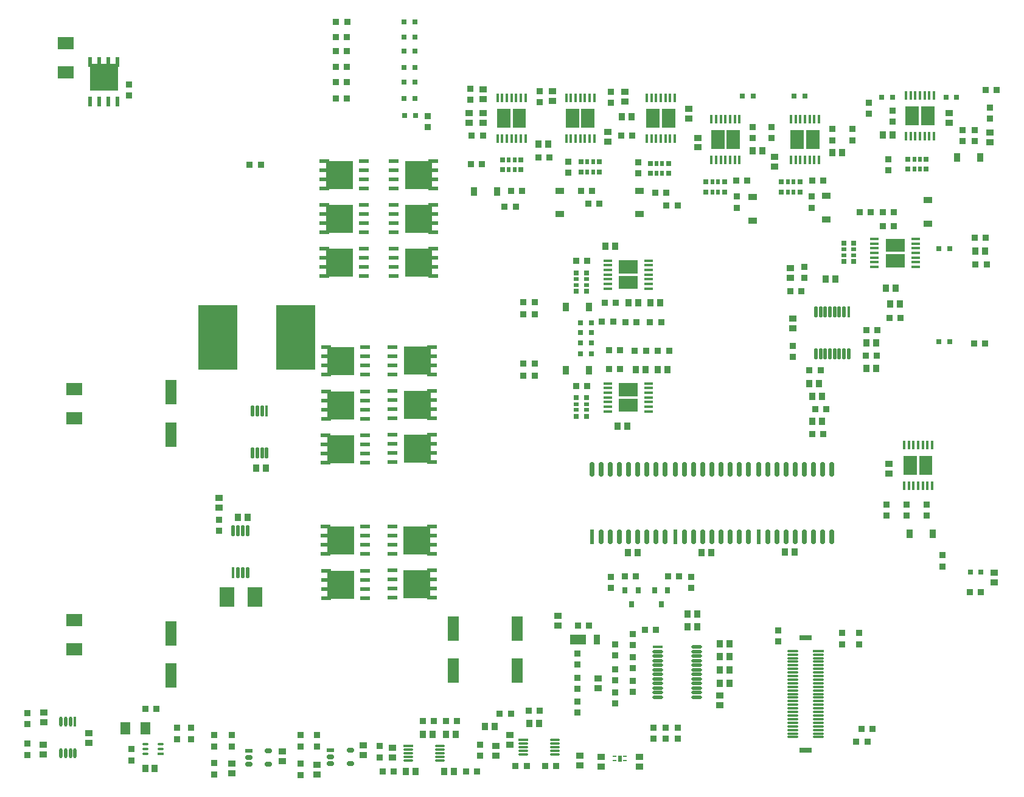
<source format=gtp>
G04*
G04 #@! TF.GenerationSoftware,Altium Limited,Altium Designer,19.1.7 (138)*
G04*
G04 Layer_Color=8421504*
%FSLAX25Y25*%
%MOIN*%
G70*
G01*
G75*
%ADD18R,0.03543X0.03937*%
%ADD19R,0.03347X0.03347*%
%ADD20R,0.06102X0.13583*%
%ADD21R,0.03937X0.03543*%
%ADD22R,0.03347X0.03347*%
%ADD23R,0.03150X0.03150*%
%ADD24R,0.05158X0.01772*%
G04:AMPARAMS|DCode=25|XSize=23.62mil|YSize=78.74mil|CornerRadius=5.91mil|HoleSize=0mil|Usage=FLASHONLY|Rotation=0.000|XOffset=0mil|YOffset=0mil|HoleType=Round|Shape=RoundedRectangle|*
%AMROUNDEDRECTD25*
21,1,0.02362,0.06693,0,0,0.0*
21,1,0.01181,0.07874,0,0,0.0*
1,1,0.01181,0.00591,-0.03347*
1,1,0.01181,-0.00591,-0.03347*
1,1,0.01181,-0.00591,0.03347*
1,1,0.01181,0.00591,0.03347*
%
%ADD25ROUNDEDRECTD25*%
%ADD26R,0.02362X0.07874*%
%ADD27R,0.01772X0.05158*%
%ADD28R,0.03583X0.04803*%
%ADD29R,0.04803X0.03583*%
%ADD30R,0.02520X0.02756*%
%ADD31R,0.01968X0.02756*%
%ADD32R,0.02756X0.02520*%
%ADD33R,0.02756X0.01968*%
%ADD34R,0.07087X0.03150*%
%ADD35R,0.06299X0.01181*%
%ADD36O,0.06299X0.01181*%
G04:AMPARAMS|DCode=37|XSize=17.72mil|YSize=59.06mil|CornerRadius=4.43mil|HoleSize=0mil|Usage=FLASHONLY|Rotation=180.000|XOffset=0mil|YOffset=0mil|HoleType=Round|Shape=RoundedRectangle|*
%AMROUNDEDRECTD37*
21,1,0.01772,0.05020,0,0,180.0*
21,1,0.00886,0.05906,0,0,180.0*
1,1,0.00886,-0.00443,0.02510*
1,1,0.00886,0.00443,0.02510*
1,1,0.00886,0.00443,-0.02510*
1,1,0.00886,-0.00443,-0.02510*
%
%ADD37ROUNDEDRECTD37*%
%ADD38R,0.01772X0.05906*%
%ADD39R,0.15394X0.14764*%
%ADD40R,0.02402X0.05591*%
%ADD41O,0.05709X0.01181*%
%ADD42R,0.05709X0.01181*%
%ADD43R,0.01968X0.03386*%
%ADD44R,0.01968X0.00984*%
%ADD45R,0.03937X0.02362*%
G04:AMPARAMS|DCode=46|XSize=23.62mil|YSize=39.37mil|CornerRadius=5.91mil|HoleSize=0mil|Usage=FLASHONLY|Rotation=90.000|XOffset=0mil|YOffset=0mil|HoleType=Round|Shape=RoundedRectangle|*
%AMROUNDEDRECTD46*
21,1,0.02362,0.02756,0,0,90.0*
21,1,0.01181,0.03937,0,0,90.0*
1,1,0.01181,0.01378,0.00591*
1,1,0.01181,0.01378,-0.00591*
1,1,0.01181,-0.01378,-0.00591*
1,1,0.01181,-0.01378,0.00591*
%
%ADD46ROUNDEDRECTD46*%
G04:AMPARAMS|DCode=47|XSize=11.81mil|YSize=33.47mil|CornerRadius=2.95mil|HoleSize=0mil|Usage=FLASHONLY|Rotation=90.000|XOffset=0mil|YOffset=0mil|HoleType=Round|Shape=RoundedRectangle|*
%AMROUNDEDRECTD47*
21,1,0.01181,0.02756,0,0,90.0*
21,1,0.00591,0.03347,0,0,90.0*
1,1,0.00591,0.01378,0.00295*
1,1,0.00591,0.01378,-0.00295*
1,1,0.00591,-0.01378,-0.00295*
1,1,0.00591,-0.01378,0.00295*
%
%ADD47ROUNDEDRECTD47*%
%ADD48R,0.03347X0.01181*%
%ADD49R,0.05512X0.07087*%
%ADD50R,0.08500X0.07000*%
G04:AMPARAMS|DCode=51|XSize=59.06mil|YSize=17.72mil|CornerRadius=4.43mil|HoleSize=0mil|Usage=FLASHONLY|Rotation=270.000|XOffset=0mil|YOffset=0mil|HoleType=Round|Shape=RoundedRectangle|*
%AMROUNDEDRECTD51*
21,1,0.05906,0.00886,0,0,270.0*
21,1,0.05020,0.01772,0,0,270.0*
1,1,0.00886,-0.00443,-0.02510*
1,1,0.00886,-0.00443,0.02510*
1,1,0.00886,0.00443,0.02510*
1,1,0.00886,0.00443,-0.02510*
%
%ADD51ROUNDEDRECTD51*%
%ADD52R,0.01772X0.05906*%
%ADD53R,0.14764X0.15394*%
%ADD54R,0.05591X0.02402*%
%ADD55R,0.08661X0.05512*%
%ADD56R,0.03543X0.05512*%
%ADD57R,0.03150X0.03543*%
G04:AMPARAMS|DCode=58|XSize=17.72mil|YSize=57.09mil|CornerRadius=4.43mil|HoleSize=0mil|Usage=FLASHONLY|Rotation=90.000|XOffset=0mil|YOffset=0mil|HoleType=Round|Shape=RoundedRectangle|*
%AMROUNDEDRECTD58*
21,1,0.01772,0.04823,0,0,90.0*
21,1,0.00886,0.05709,0,0,90.0*
1,1,0.00886,0.02411,0.00443*
1,1,0.00886,0.02411,-0.00443*
1,1,0.00886,-0.02411,-0.00443*
1,1,0.00886,-0.02411,0.00443*
%
%ADD58ROUNDEDRECTD58*%
%ADD59R,0.05709X0.01772*%
%ADD60R,0.08465X0.11024*%
%ADD61O,0.01772X0.05709*%
%ADD62R,0.01772X0.05709*%
%ADD63R,0.21457X0.35433*%
G36*
X403658Y368799D02*
X396375D01*
Y379232D01*
X403658D01*
Y368799D01*
D02*
G37*
G36*
X359564D02*
X352280D01*
Y379232D01*
X359564D01*
Y368799D01*
D02*
G37*
G36*
X321932D02*
X314649D01*
Y379232D01*
X321932D01*
Y368799D01*
D02*
G37*
G36*
X395194Y368799D02*
X387910D01*
Y379232D01*
X395194D01*
Y368799D01*
D02*
G37*
G36*
X351099D02*
X343816D01*
Y379232D01*
X351099D01*
Y368799D01*
D02*
G37*
G36*
X313468D02*
X306184D01*
Y379232D01*
X313468D01*
Y368799D01*
D02*
G37*
G36*
X383169Y288779D02*
X372736D01*
Y296063D01*
X383169D01*
Y288779D01*
D02*
G37*
G36*
X383169Y280315D02*
X372736D01*
Y287598D01*
X383169D01*
Y280315D01*
D02*
G37*
G36*
X383169Y221457D02*
X372736D01*
Y228740D01*
X383169D01*
Y221457D01*
D02*
G37*
G36*
X383169Y212992D02*
X372736D01*
Y220276D01*
X383169D01*
Y212992D01*
D02*
G37*
G36*
X545686Y369980D02*
X538403D01*
Y380413D01*
X545686D01*
Y369980D01*
D02*
G37*
G36*
X537221Y369980D02*
X529938D01*
Y380413D01*
X537221D01*
Y369980D01*
D02*
G37*
G36*
X482677Y356988D02*
X475394D01*
Y367421D01*
X482677D01*
Y356988D01*
D02*
G37*
G36*
X439092D02*
X431808D01*
Y367421D01*
X439092D01*
Y356988D01*
D02*
G37*
G36*
X474213Y356988D02*
X466929D01*
Y367421D01*
X474213D01*
Y356988D01*
D02*
G37*
G36*
X430627D02*
X423344D01*
Y367421D01*
X430627D01*
Y356988D01*
D02*
G37*
G36*
X529387Y300672D02*
X518954D01*
Y307956D01*
X529387D01*
Y300672D01*
D02*
G37*
G36*
X529387Y292208D02*
X518954D01*
Y299491D01*
X529387D01*
Y292208D01*
D02*
G37*
G36*
X544611Y178354D02*
X537328D01*
Y188787D01*
X544611D01*
Y178354D01*
D02*
G37*
G36*
X536147Y178354D02*
X528863D01*
Y188787D01*
X536147D01*
Y178354D01*
D02*
G37*
D18*
X365453Y303937D02*
D03*
X370768D02*
D03*
X469193Y136221D02*
D03*
X463878D02*
D03*
X518996Y280709D02*
D03*
X524311D02*
D03*
X526673Y272047D02*
D03*
X521358D02*
D03*
X372146Y205118D02*
D03*
X377461D02*
D03*
X568209Y301181D02*
D03*
X573524D02*
D03*
X517520Y364941D02*
D03*
X522835D02*
D03*
X495177Y355101D02*
D03*
X489862D02*
D03*
X451460Y356282D02*
D03*
X446145D02*
D03*
X379823Y374803D02*
D03*
X374508D02*
D03*
X328839Y359842D02*
D03*
X334154D02*
D03*
X381988Y236221D02*
D03*
X387303D02*
D03*
X399508D02*
D03*
X394193D02*
D03*
X395571Y272835D02*
D03*
X390256D02*
D03*
X378051D02*
D03*
X383366D02*
D03*
X418209Y135827D02*
D03*
X423524D02*
D03*
X382972D02*
D03*
X377658D02*
D03*
X513681Y250951D02*
D03*
X508366D02*
D03*
X513681Y236794D02*
D03*
X508366D02*
D03*
X478839Y221507D02*
D03*
X484154D02*
D03*
X478839Y207694D02*
D03*
X484154D02*
D03*
X477264Y228610D02*
D03*
X482579D02*
D03*
X491388Y285679D02*
D03*
X486073D02*
D03*
X299311Y40551D02*
D03*
X304626D02*
D03*
X329035Y42126D02*
D03*
X323721D02*
D03*
X282292Y15641D02*
D03*
X276977D02*
D03*
X256074Y15686D02*
D03*
X261389D02*
D03*
X278051Y36220D02*
D03*
X283366D02*
D03*
X265453D02*
D03*
X270768D02*
D03*
X174114Y182283D02*
D03*
X179429D02*
D03*
X433366Y71536D02*
D03*
X428051D02*
D03*
X433366Y64190D02*
D03*
X428051D02*
D03*
X433366Y78640D02*
D03*
X428051D02*
D03*
X433366Y85743D02*
D03*
X428051D02*
D03*
X410335Y102212D02*
D03*
X415650D02*
D03*
X164272Y155043D02*
D03*
X169587D02*
D03*
X118602Y17520D02*
D03*
X113287D02*
D03*
X410335Y95108D02*
D03*
X415650D02*
D03*
D19*
X573721Y389370D02*
D03*
X579823D02*
D03*
X170571Y348425D02*
D03*
X176673D02*
D03*
X565059Y114173D02*
D03*
X571161D02*
D03*
X520965Y264567D02*
D03*
X527067D02*
D03*
X567421Y250394D02*
D03*
X573524D02*
D03*
X568209Y293701D02*
D03*
X574311D02*
D03*
X573917Y308498D02*
D03*
X567815D02*
D03*
X223917Y418504D02*
D03*
X217815D02*
D03*
X224016Y426811D02*
D03*
X217913D02*
D03*
X374114Y364567D02*
D03*
X380217D02*
D03*
X223819Y410669D02*
D03*
X217717D02*
D03*
X223819Y401968D02*
D03*
X217717D02*
D03*
X334941Y352362D02*
D03*
X328839D02*
D03*
X223819Y393701D02*
D03*
X217717D02*
D03*
X223917Y384646D02*
D03*
X217815D02*
D03*
X394193Y246457D02*
D03*
X400295D02*
D03*
X387680D02*
D03*
X381578D02*
D03*
X326673Y232677D02*
D03*
X320571D02*
D03*
X326673Y239387D02*
D03*
X320571D02*
D03*
X326673Y273245D02*
D03*
X320571D02*
D03*
X389862Y262205D02*
D03*
X395965D02*
D03*
X382579D02*
D03*
X376476D02*
D03*
X326673Y266535D02*
D03*
X320571D02*
D03*
X298327Y364567D02*
D03*
X292224D02*
D03*
X316339Y325590D02*
D03*
X310236D02*
D03*
X356004Y327165D02*
D03*
X362106D02*
D03*
X398917Y325984D02*
D03*
X405020D02*
D03*
X392618Y333071D02*
D03*
X398721D02*
D03*
X352067Y334055D02*
D03*
X358169D02*
D03*
X313664D02*
D03*
X319767D02*
D03*
X291831Y348819D02*
D03*
X297933D02*
D03*
X508366Y257857D02*
D03*
X514468D02*
D03*
X507972Y243701D02*
D03*
X514075D02*
D03*
X511811Y38993D02*
D03*
X505709D02*
D03*
X508957Y32283D02*
D03*
X502854D02*
D03*
X486516Y214600D02*
D03*
X480413D02*
D03*
X504806Y322441D02*
D03*
X510909D02*
D03*
X517421Y322441D02*
D03*
X523524D02*
D03*
Y314961D02*
D03*
X517421D02*
D03*
X484941Y200787D02*
D03*
X478839D02*
D03*
X483366Y235827D02*
D03*
X477264D02*
D03*
X478839Y339788D02*
D03*
X484941D02*
D03*
X349311Y227165D02*
D03*
X355413D02*
D03*
X437106Y339764D02*
D03*
X443209D02*
D03*
X349311Y295703D02*
D03*
X355413D02*
D03*
X472736Y279134D02*
D03*
X466634D02*
D03*
X371161Y272835D02*
D03*
X365059D02*
D03*
X363525Y262598D02*
D03*
X369627D02*
D03*
X373425Y236614D02*
D03*
X367323D02*
D03*
X367421Y246850D02*
D03*
X373524D02*
D03*
X307579Y47458D02*
D03*
X313681D02*
D03*
X316240Y18898D02*
D03*
X322342D02*
D03*
X332382D02*
D03*
X338484D02*
D03*
X323327Y49033D02*
D03*
X329429D02*
D03*
X289182Y15641D02*
D03*
X295284D02*
D03*
X243406Y15748D02*
D03*
X249508D02*
D03*
X284154Y43307D02*
D03*
X278051D02*
D03*
X271538D02*
D03*
X265436D02*
D03*
X350492Y95912D02*
D03*
X356594D02*
D03*
X382185Y122684D02*
D03*
X376083D02*
D03*
X399688D02*
D03*
X405790D02*
D03*
X393209Y93550D02*
D03*
X387106D02*
D03*
X113484Y50000D02*
D03*
X119587D02*
D03*
D20*
X127559Y223819D02*
D03*
Y200590D02*
D03*
X317109Y71063D02*
D03*
Y94291D02*
D03*
X282053Y71063D02*
D03*
Y94291D02*
D03*
X127559Y68307D02*
D03*
Y91535D02*
D03*
D21*
X520866Y184547D02*
D03*
Y179232D02*
D03*
X578346Y124705D02*
D03*
Y119390D02*
D03*
X468110Y264173D02*
D03*
Y258858D02*
D03*
X553789Y371358D02*
D03*
Y376673D02*
D03*
X575984Y360728D02*
D03*
Y366043D02*
D03*
X458268Y347342D02*
D03*
Y352658D02*
D03*
X416142Y357972D02*
D03*
Y363287D02*
D03*
X411024Y379035D02*
D03*
Y373721D02*
D03*
X375984Y388484D02*
D03*
Y383169D02*
D03*
X366912Y361221D02*
D03*
Y366535D02*
D03*
X336614Y388878D02*
D03*
Y383563D02*
D03*
X298425Y384350D02*
D03*
Y389665D02*
D03*
X290945Y376673D02*
D03*
Y371358D02*
D03*
X313009Y35728D02*
D03*
Y30413D02*
D03*
X466929Y286319D02*
D03*
Y291634D02*
D03*
X305512Y24508D02*
D03*
Y29823D02*
D03*
X351575Y18996D02*
D03*
Y24311D02*
D03*
X248819Y23327D02*
D03*
Y28642D02*
D03*
X384252Y23917D02*
D03*
Y18602D02*
D03*
X362992D02*
D03*
Y23917D02*
D03*
X188386Y26870D02*
D03*
Y21555D02*
D03*
X339370Y101083D02*
D03*
Y95768D02*
D03*
X82480Y31398D02*
D03*
Y36713D02*
D03*
X427953Y57382D02*
D03*
Y52067D02*
D03*
X361417Y66680D02*
D03*
Y61365D02*
D03*
X207480Y14272D02*
D03*
Y19587D02*
D03*
X153937Y165650D02*
D03*
Y160335D02*
D03*
X232711Y24902D02*
D03*
Y30217D02*
D03*
X160630Y14665D02*
D03*
Y19980D02*
D03*
X57497Y30413D02*
D03*
Y25098D02*
D03*
X57776Y42717D02*
D03*
Y48031D02*
D03*
X298425Y376673D02*
D03*
Y371358D02*
D03*
D22*
X268110Y368996D02*
D03*
Y375098D02*
D03*
X468110Y249114D02*
D03*
Y243012D02*
D03*
X509842Y382579D02*
D03*
Y376476D02*
D03*
X575984Y373721D02*
D03*
Y379823D02*
D03*
X522933Y372126D02*
D03*
Y378228D02*
D03*
X500640Y368012D02*
D03*
Y361910D02*
D03*
X489764Y361926D02*
D03*
Y368028D02*
D03*
X368504Y382382D02*
D03*
Y388484D02*
D03*
X329528Y382776D02*
D03*
Y388878D02*
D03*
X291339Y390076D02*
D03*
Y383973D02*
D03*
X446097Y369210D02*
D03*
Y363107D02*
D03*
X456299Y369193D02*
D03*
Y363090D02*
D03*
X383465Y343799D02*
D03*
Y349902D02*
D03*
X345276Y344193D02*
D03*
Y350295D02*
D03*
X561237Y367601D02*
D03*
Y361499D02*
D03*
X567947Y361516D02*
D03*
Y367618D02*
D03*
X520472Y345374D02*
D03*
Y351476D02*
D03*
X550123Y134326D02*
D03*
Y128223D02*
D03*
X504331Y91634D02*
D03*
Y85532D02*
D03*
X495276Y91634D02*
D03*
Y85532D02*
D03*
X460236Y93209D02*
D03*
Y87106D02*
D03*
X530315Y156004D02*
D03*
Y162106D02*
D03*
X519291Y156004D02*
D03*
Y162106D02*
D03*
X478527Y331004D02*
D03*
Y324902D02*
D03*
X437402Y331004D02*
D03*
Y324902D02*
D03*
X474409Y286319D02*
D03*
Y292421D02*
D03*
X412598Y122586D02*
D03*
Y116483D02*
D03*
X104331Y386319D02*
D03*
Y392421D02*
D03*
X541339Y162106D02*
D03*
Y156004D02*
D03*
X296850Y24508D02*
D03*
Y30610D02*
D03*
X241732Y29724D02*
D03*
Y23622D02*
D03*
X160630Y29626D02*
D03*
Y35728D02*
D03*
X151181D02*
D03*
Y29626D02*
D03*
X138583Y33563D02*
D03*
Y39665D02*
D03*
X130709D02*
D03*
Y33563D02*
D03*
X105709Y21949D02*
D03*
Y28051D02*
D03*
X153943Y147720D02*
D03*
Y153822D02*
D03*
X368504Y122586D02*
D03*
Y116483D02*
D03*
X391699Y33708D02*
D03*
Y39810D02*
D03*
X398409Y33708D02*
D03*
Y39810D02*
D03*
X405118Y33708D02*
D03*
Y39810D02*
D03*
X198425Y29626D02*
D03*
Y35728D02*
D03*
X207480D02*
D03*
Y29626D02*
D03*
X198425Y19980D02*
D03*
Y13878D02*
D03*
X151181Y20374D02*
D03*
Y14272D02*
D03*
X48819Y31004D02*
D03*
Y24902D02*
D03*
Y41831D02*
D03*
Y47933D02*
D03*
X380315Y59397D02*
D03*
Y65499D02*
D03*
Y72372D02*
D03*
Y78474D02*
D03*
Y84987D02*
D03*
Y91090D02*
D03*
X370866Y79509D02*
D03*
Y85611D02*
D03*
Y65696D02*
D03*
Y71798D02*
D03*
Y53081D02*
D03*
Y59183D02*
D03*
X350000Y74508D02*
D03*
Y80610D02*
D03*
Y61122D02*
D03*
Y67224D02*
D03*
Y48130D02*
D03*
Y54232D02*
D03*
D23*
X261417Y375590D02*
D03*
X255512D02*
D03*
X565354Y125197D02*
D03*
X571260D02*
D03*
X554134Y251575D02*
D03*
X548228D02*
D03*
X554134Y302402D02*
D03*
X548228D02*
D03*
X557874Y385472D02*
D03*
X551968D02*
D03*
X516732Y385394D02*
D03*
X522638D02*
D03*
X474803Y386221D02*
D03*
X468898D02*
D03*
X446457D02*
D03*
X440551D02*
D03*
X255118Y418504D02*
D03*
X261024D02*
D03*
X255118Y426772D02*
D03*
X261024D02*
D03*
X255118Y410630D02*
D03*
X261024D02*
D03*
X255118Y401929D02*
D03*
X261024D02*
D03*
X255118Y384646D02*
D03*
X261024D02*
D03*
X351772Y250748D02*
D03*
X357677D02*
D03*
X351772Y244785D02*
D03*
X357677D02*
D03*
X351772Y261772D02*
D03*
X357677D02*
D03*
X351772Y256596D02*
D03*
X357677D02*
D03*
X255118Y393701D02*
D03*
X261024D02*
D03*
D24*
X366732Y295866D02*
D03*
Y293307D02*
D03*
Y290748D02*
D03*
Y288189D02*
D03*
Y285630D02*
D03*
Y283071D02*
D03*
Y280512D02*
D03*
X389173D02*
D03*
Y283071D02*
D03*
Y285630D02*
D03*
Y288189D02*
D03*
Y290748D02*
D03*
Y293307D02*
D03*
Y295866D02*
D03*
Y228543D02*
D03*
Y225984D02*
D03*
Y223425D02*
D03*
Y220866D02*
D03*
Y218307D02*
D03*
Y215748D02*
D03*
Y213189D02*
D03*
X366732D02*
D03*
Y215748D02*
D03*
Y218307D02*
D03*
Y220866D02*
D03*
Y223425D02*
D03*
Y225984D02*
D03*
Y228543D02*
D03*
X535391Y307759D02*
D03*
Y305200D02*
D03*
Y302641D02*
D03*
Y300082D02*
D03*
Y297523D02*
D03*
Y294964D02*
D03*
Y292405D02*
D03*
X512950D02*
D03*
Y294964D02*
D03*
Y297523D02*
D03*
Y300082D02*
D03*
Y302641D02*
D03*
Y305200D02*
D03*
Y307759D02*
D03*
D25*
X438912Y144488D02*
D03*
X433912D02*
D03*
X428912D02*
D03*
X423912D02*
D03*
X418912D02*
D03*
X413912D02*
D03*
X408912D02*
D03*
X403912Y181496D02*
D03*
X408912D02*
D03*
X413912D02*
D03*
X418912D02*
D03*
X423912D02*
D03*
X428912D02*
D03*
X433912D02*
D03*
X438912D02*
D03*
X443912Y144488D02*
D03*
Y181496D02*
D03*
X489606Y181617D02*
D03*
Y144610D02*
D03*
X484606Y181617D02*
D03*
X479606D02*
D03*
X474606D02*
D03*
X469606D02*
D03*
X464606D02*
D03*
X459606D02*
D03*
X454606D02*
D03*
X449606D02*
D03*
X454606Y144610D02*
D03*
X459606D02*
D03*
X464606D02*
D03*
X469606D02*
D03*
X474606D02*
D03*
X479606D02*
D03*
X484606D02*
D03*
X398218Y181496D02*
D03*
Y144488D02*
D03*
X393218Y181496D02*
D03*
X388218D02*
D03*
X383219D02*
D03*
X378219D02*
D03*
X373218D02*
D03*
X368218D02*
D03*
X363218D02*
D03*
X358219D02*
D03*
X363218Y144488D02*
D03*
X368218D02*
D03*
X373218D02*
D03*
X378219D02*
D03*
X383219D02*
D03*
X388218D02*
D03*
X393218D02*
D03*
D26*
X403912D02*
D03*
X449606Y144610D02*
D03*
X358219Y144488D02*
D03*
D27*
X423540Y373425D02*
D03*
X426099D02*
D03*
X428658D02*
D03*
X431217D02*
D03*
X433777D02*
D03*
X436336D02*
D03*
X438895D02*
D03*
Y350984D02*
D03*
X436336D02*
D03*
X433777D02*
D03*
X431217D02*
D03*
X428658D02*
D03*
X426099D02*
D03*
X423540D02*
D03*
X467126Y373425D02*
D03*
X469685D02*
D03*
X472244D02*
D03*
X474803D02*
D03*
X477362D02*
D03*
X479921D02*
D03*
X482480D02*
D03*
Y350984D02*
D03*
X479921D02*
D03*
X477362D02*
D03*
X474803D02*
D03*
X472244D02*
D03*
X469685D02*
D03*
X467126D02*
D03*
X306381Y385236D02*
D03*
X308940D02*
D03*
X311499D02*
D03*
X314058D02*
D03*
X316617D02*
D03*
X319176D02*
D03*
X321735D02*
D03*
Y362795D02*
D03*
X319176D02*
D03*
X316617D02*
D03*
X314058D02*
D03*
X311499D02*
D03*
X308940D02*
D03*
X306381D02*
D03*
X344013Y385236D02*
D03*
X346572D02*
D03*
X349131D02*
D03*
X351690D02*
D03*
X354249D02*
D03*
X356808D02*
D03*
X359367D02*
D03*
Y362795D02*
D03*
X356808D02*
D03*
X354249D02*
D03*
X351690D02*
D03*
X349131D02*
D03*
X346572D02*
D03*
X344013D02*
D03*
X388107Y385236D02*
D03*
X390666D02*
D03*
X393225D02*
D03*
X395784D02*
D03*
X398343D02*
D03*
X400903D02*
D03*
X403462D02*
D03*
Y362795D02*
D03*
X400903D02*
D03*
X398343D02*
D03*
X395784D02*
D03*
X393225D02*
D03*
X390666D02*
D03*
X388107D02*
D03*
X530135Y386417D02*
D03*
X532694D02*
D03*
X535253D02*
D03*
X537812D02*
D03*
X540371D02*
D03*
X542930D02*
D03*
X545489D02*
D03*
Y363976D02*
D03*
X542930D02*
D03*
X540371D02*
D03*
X537812D02*
D03*
X535253D02*
D03*
X532694D02*
D03*
X530135D02*
D03*
X529060Y172350D02*
D03*
X531619D02*
D03*
X534178D02*
D03*
X536737D02*
D03*
X539296D02*
D03*
X541855D02*
D03*
X544414D02*
D03*
Y194791D02*
D03*
X541855D02*
D03*
X539296D02*
D03*
X536737D02*
D03*
X534178D02*
D03*
X531619D02*
D03*
X529060D02*
D03*
D28*
X557953Y352362D02*
D03*
X570866D02*
D03*
X293344Y333858D02*
D03*
X306258D02*
D03*
X356614Y270472D02*
D03*
X343701D02*
D03*
X356614Y235827D02*
D03*
X343701D02*
D03*
X532013Y146169D02*
D03*
X544926D02*
D03*
D29*
X384252Y321339D02*
D03*
Y334252D02*
D03*
X340551Y321339D02*
D03*
Y334252D02*
D03*
X542126Y329055D02*
D03*
Y316142D02*
D03*
X486614Y331417D02*
D03*
Y318504D02*
D03*
X446063Y317771D02*
D03*
Y330684D02*
D03*
D30*
X400036Y349213D02*
D03*
X389958D02*
D03*
X400036Y343701D02*
D03*
X389958D02*
D03*
X362205Y350000D02*
D03*
X352126D02*
D03*
X362205Y344488D02*
D03*
X352126D02*
D03*
X319213Y351181D02*
D03*
X309134D02*
D03*
X319213Y345669D02*
D03*
X309134D02*
D03*
X541260Y351575D02*
D03*
X531181D02*
D03*
X541260Y346063D02*
D03*
X531181D02*
D03*
X471969Y338976D02*
D03*
X461890D02*
D03*
X471969Y333465D02*
D03*
X461890D02*
D03*
X430630Y338976D02*
D03*
X420551D02*
D03*
X430630Y333465D02*
D03*
X420551D02*
D03*
D31*
X396572Y349213D02*
D03*
X393422D02*
D03*
X396572Y343701D02*
D03*
X393422D02*
D03*
X358740Y350000D02*
D03*
X355591D02*
D03*
X358740Y344488D02*
D03*
X355591D02*
D03*
X315748Y351181D02*
D03*
X312598D02*
D03*
X315748Y345669D02*
D03*
X312598D02*
D03*
X537795Y351575D02*
D03*
X534646D02*
D03*
X537795Y346063D02*
D03*
X534646D02*
D03*
X468504Y338976D02*
D03*
X465354D02*
D03*
X468504Y333465D02*
D03*
X465354D02*
D03*
X427165Y338976D02*
D03*
X424016D02*
D03*
X427165Y333465D02*
D03*
X424016D02*
D03*
D32*
X501575Y295354D02*
D03*
Y305433D02*
D03*
X496063Y295354D02*
D03*
Y305433D02*
D03*
X355118Y279131D02*
D03*
Y289210D02*
D03*
X349606Y279131D02*
D03*
Y289210D02*
D03*
X355118Y210594D02*
D03*
Y220672D02*
D03*
X349606Y210594D02*
D03*
Y220672D02*
D03*
D33*
X501575Y298819D02*
D03*
Y301969D02*
D03*
X496063Y298819D02*
D03*
Y301969D02*
D03*
X355118Y282595D02*
D03*
Y285745D02*
D03*
X349606Y282595D02*
D03*
Y285745D02*
D03*
X355118Y214058D02*
D03*
Y217208D02*
D03*
X349606Y214058D02*
D03*
Y217208D02*
D03*
D34*
X475197Y27559D02*
D03*
Y88976D02*
D03*
D35*
X482283Y81890D02*
D03*
D36*
Y79921D02*
D03*
Y77953D02*
D03*
Y75984D02*
D03*
Y74016D02*
D03*
Y72047D02*
D03*
Y70079D02*
D03*
Y68110D02*
D03*
Y66142D02*
D03*
Y64173D02*
D03*
Y62205D02*
D03*
Y60236D02*
D03*
Y58268D02*
D03*
Y56299D02*
D03*
Y54331D02*
D03*
Y52362D02*
D03*
Y50394D02*
D03*
Y48425D02*
D03*
Y46457D02*
D03*
Y44488D02*
D03*
Y42520D02*
D03*
Y40551D02*
D03*
Y38583D02*
D03*
Y36614D02*
D03*
Y34646D02*
D03*
X468110D02*
D03*
Y36614D02*
D03*
Y38583D02*
D03*
Y40551D02*
D03*
Y42520D02*
D03*
Y44488D02*
D03*
Y46457D02*
D03*
Y48425D02*
D03*
Y50394D02*
D03*
Y52362D02*
D03*
Y54331D02*
D03*
Y56299D02*
D03*
Y58268D02*
D03*
Y60236D02*
D03*
Y62205D02*
D03*
Y64173D02*
D03*
Y66142D02*
D03*
Y68110D02*
D03*
Y70079D02*
D03*
Y72047D02*
D03*
Y74016D02*
D03*
Y75984D02*
D03*
Y77953D02*
D03*
Y79921D02*
D03*
Y81890D02*
D03*
D37*
X491043Y267717D02*
D03*
X496161D02*
D03*
X483366D02*
D03*
X480807D02*
D03*
X493602D02*
D03*
X485925D02*
D03*
X488484D02*
D03*
X498721Y244882D02*
D03*
X496161D02*
D03*
X493602D02*
D03*
X491043D02*
D03*
X488484D02*
D03*
X485925D02*
D03*
X483366D02*
D03*
X480807D02*
D03*
D38*
X498721Y267717D02*
D03*
D39*
X90630Y396556D02*
D03*
D40*
X83130Y404765D02*
D03*
X88130D02*
D03*
X93130D02*
D03*
X98130D02*
D03*
Y383151D02*
D03*
X93130D02*
D03*
X88130D02*
D03*
X83130D02*
D03*
D41*
X337795Y25197D02*
D03*
Y27165D02*
D03*
Y29134D02*
D03*
Y31102D02*
D03*
Y33071D02*
D03*
X320472Y25197D02*
D03*
Y27165D02*
D03*
Y29134D02*
D03*
Y31102D02*
D03*
X274812Y21760D02*
D03*
Y23729D02*
D03*
Y25697D02*
D03*
Y27666D02*
D03*
Y29634D02*
D03*
X257489Y21760D02*
D03*
Y23729D02*
D03*
Y25697D02*
D03*
Y27666D02*
D03*
D42*
X320472Y33071D02*
D03*
X257489Y29634D02*
D03*
D43*
X373343Y22835D02*
D03*
D44*
X376198Y24016D02*
D03*
Y21654D02*
D03*
X370529D02*
D03*
Y24016D02*
D03*
D45*
X169980Y27165D02*
D03*
X214879Y27461D02*
D03*
D46*
X169980Y23425D02*
D03*
Y19685D02*
D03*
X180807D02*
D03*
Y27165D02*
D03*
X225706Y27461D02*
D03*
Y19980D02*
D03*
X214879D02*
D03*
Y23720D02*
D03*
D47*
X121629Y30635D02*
D03*
Y28076D02*
D03*
X113361Y30635D02*
D03*
Y28076D02*
D03*
Y25517D02*
D03*
D48*
X121629D02*
D03*
D49*
X102461Y39370D02*
D03*
X113287D02*
D03*
D50*
X69685Y399213D02*
D03*
Y415213D02*
D03*
X74410Y225590D02*
D03*
Y209591D02*
D03*
Y82677D02*
D03*
Y98677D02*
D03*
D51*
X172244Y190551D02*
D03*
X174803D02*
D03*
X177362D02*
D03*
X179921D02*
D03*
X172244Y213386D02*
D03*
X174803D02*
D03*
X177362D02*
D03*
X164173Y124803D02*
D03*
X166732D02*
D03*
X169291D02*
D03*
X161614Y147638D02*
D03*
X164173D02*
D03*
X166732D02*
D03*
X169291D02*
D03*
D52*
X179921Y213386D02*
D03*
X161614Y124803D02*
D03*
D53*
X219685Y342913D02*
D03*
X262992D02*
D03*
X262281Y118534D02*
D03*
X262253Y142550D02*
D03*
X220501Y118279D02*
D03*
X220472Y142520D02*
D03*
X262311Y241083D02*
D03*
X219685Y318898D02*
D03*
Y294912D02*
D03*
X262992Y294882D02*
D03*
Y318898D02*
D03*
X220530Y216505D02*
D03*
Y240945D02*
D03*
X220424Y192520D02*
D03*
X262311Y216929D02*
D03*
Y192913D02*
D03*
D54*
X211476Y335413D02*
D03*
Y340413D02*
D03*
Y345413D02*
D03*
Y350413D02*
D03*
X233090D02*
D03*
Y345413D02*
D03*
Y340413D02*
D03*
Y335413D02*
D03*
X271201Y350413D02*
D03*
Y345413D02*
D03*
Y340413D02*
D03*
Y335413D02*
D03*
X249587D02*
D03*
Y340413D02*
D03*
Y345413D02*
D03*
Y350413D02*
D03*
X270490Y126034D02*
D03*
Y121034D02*
D03*
Y116034D02*
D03*
Y111034D02*
D03*
X248876D02*
D03*
Y116034D02*
D03*
Y121034D02*
D03*
Y126034D02*
D03*
X270462Y150050D02*
D03*
Y145050D02*
D03*
Y140050D02*
D03*
Y135050D02*
D03*
X248847D02*
D03*
Y140050D02*
D03*
Y145050D02*
D03*
Y150050D02*
D03*
X212292Y110778D02*
D03*
Y115779D02*
D03*
Y120779D02*
D03*
Y125778D02*
D03*
X233907D02*
D03*
Y120779D02*
D03*
Y115779D02*
D03*
Y110778D02*
D03*
X212264Y135020D02*
D03*
Y140020D02*
D03*
Y145020D02*
D03*
Y150020D02*
D03*
X233878D02*
D03*
Y145020D02*
D03*
Y140020D02*
D03*
Y135020D02*
D03*
X270519Y248583D02*
D03*
Y243583D02*
D03*
Y238583D02*
D03*
Y233583D02*
D03*
X248905D02*
D03*
Y238583D02*
D03*
Y243583D02*
D03*
Y248583D02*
D03*
X233090Y311398D02*
D03*
Y316398D02*
D03*
Y321398D02*
D03*
Y326398D02*
D03*
X211476D02*
D03*
Y321398D02*
D03*
Y316398D02*
D03*
Y311398D02*
D03*
X233090Y287412D02*
D03*
Y292412D02*
D03*
Y297412D02*
D03*
Y302412D02*
D03*
X211476D02*
D03*
Y297412D02*
D03*
Y292412D02*
D03*
Y287412D02*
D03*
X249587Y302382D02*
D03*
Y297382D02*
D03*
Y292382D02*
D03*
Y287382D02*
D03*
X271201D02*
D03*
Y292382D02*
D03*
Y297382D02*
D03*
Y302382D02*
D03*
X249587Y326398D02*
D03*
Y321398D02*
D03*
Y316398D02*
D03*
Y311398D02*
D03*
X271201D02*
D03*
Y316398D02*
D03*
Y321398D02*
D03*
Y326398D02*
D03*
X233936Y209005D02*
D03*
Y214005D02*
D03*
Y219005D02*
D03*
Y224005D02*
D03*
X212322D02*
D03*
Y219005D02*
D03*
Y214005D02*
D03*
Y209005D02*
D03*
X233936Y233445D02*
D03*
Y238445D02*
D03*
Y243445D02*
D03*
Y248445D02*
D03*
X212322D02*
D03*
Y243445D02*
D03*
Y238445D02*
D03*
Y233445D02*
D03*
X233830Y185020D02*
D03*
Y190020D02*
D03*
Y195020D02*
D03*
Y200020D02*
D03*
X212215D02*
D03*
Y195020D02*
D03*
Y190020D02*
D03*
Y185020D02*
D03*
X248905Y224429D02*
D03*
Y219429D02*
D03*
Y214429D02*
D03*
Y209429D02*
D03*
X270519D02*
D03*
Y214429D02*
D03*
Y219429D02*
D03*
Y224429D02*
D03*
X248905Y200413D02*
D03*
Y195413D02*
D03*
Y190413D02*
D03*
Y185413D02*
D03*
X270519D02*
D03*
Y190413D02*
D03*
Y195413D02*
D03*
Y200413D02*
D03*
D55*
X350591Y88038D02*
D03*
D56*
X360630D02*
D03*
D57*
X383349Y115204D02*
D03*
X376263D02*
D03*
X379806Y107330D02*
D03*
X399606Y115204D02*
D03*
X392520D02*
D03*
X396063Y107330D02*
D03*
D58*
X415453Y56555D02*
D03*
Y59055D02*
D03*
Y61555D02*
D03*
Y64055D02*
D03*
Y66555D02*
D03*
Y69055D02*
D03*
Y71555D02*
D03*
Y74055D02*
D03*
Y76555D02*
D03*
Y79055D02*
D03*
Y81555D02*
D03*
Y84055D02*
D03*
X393996Y56555D02*
D03*
Y59055D02*
D03*
Y61555D02*
D03*
Y64055D02*
D03*
Y66555D02*
D03*
Y69055D02*
D03*
Y71555D02*
D03*
Y74055D02*
D03*
Y76555D02*
D03*
Y79055D02*
D03*
Y81555D02*
D03*
D59*
Y84055D02*
D03*
D60*
X158071Y111417D02*
D03*
X173425D02*
D03*
D61*
X67224Y25787D02*
D03*
X69784D02*
D03*
X72343D02*
D03*
X74902D02*
D03*
X67224Y43110D02*
D03*
X69784D02*
D03*
X72343D02*
D03*
D62*
X74902D02*
D03*
D63*
X153173Y253862D02*
D03*
X195692D02*
D03*
M02*

</source>
